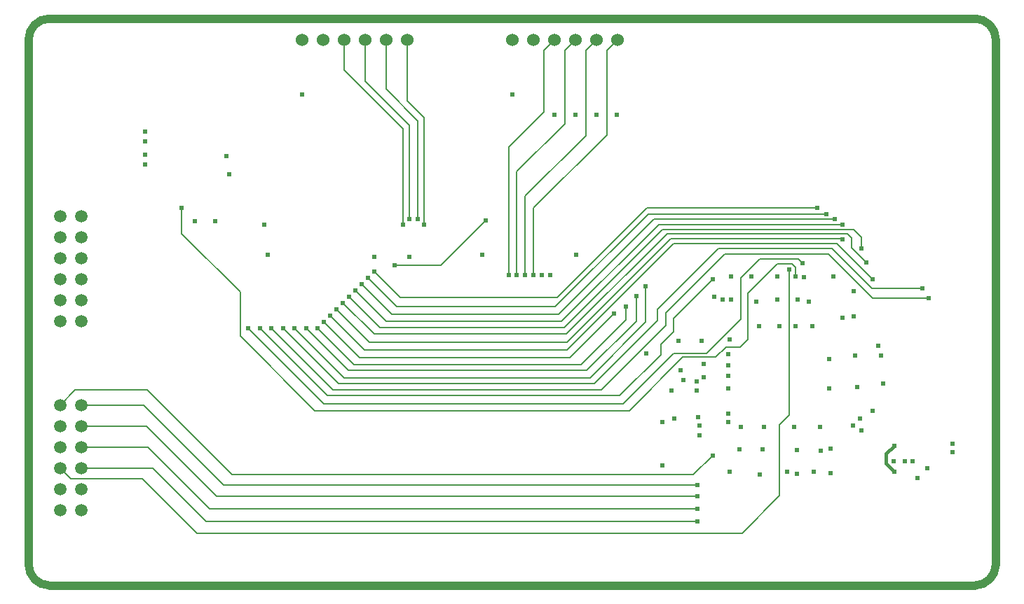
<source format=gtl>
%FSLAX24Y24*%
%MOIN*%
G70*
G01*
G75*
G04 Layer_Physical_Order=1*
G04 Layer_Color=255*
%ADD10C,0.0060*%
%ADD11C,0.0150*%
%ADD12C,0.0394*%
%ADD13C,0.0591*%
%ADD14C,0.0600*%
%ADD15C,0.0240*%
D10*
X26500Y21430D02*
X26500Y25500D01*
X23620Y18550D02*
X26500Y21430D01*
X23226Y14780D02*
X23226Y19706D01*
X22832Y14780D02*
X22832Y20892D01*
X24500Y22560D01*
X24500Y25500D01*
X25500Y21980D02*
X25500Y25500D01*
X26000Y26000D01*
X24500Y25500D02*
X25000Y26000D01*
X26500Y25500D02*
X27000Y26000D01*
X27500Y25500D02*
X28000Y26000D01*
X27500Y21460D02*
X27500Y25500D01*
X24013Y17973D02*
X27500Y21460D01*
X26850Y26000D02*
X27000Y26000D01*
X23226Y19706D02*
X25500Y21980D01*
X23620Y14780D02*
X23620Y18550D01*
X24013Y14780D02*
X24013Y17973D01*
X17800Y17200D02*
X17800Y21750D01*
X15000Y24550D02*
X17800Y21750D01*
X15000Y24550D02*
X15000Y26000D01*
X18814Y17200D02*
X18814Y22276D01*
X18000Y23090D02*
X18814Y22276D01*
X18000Y23090D02*
X18000Y26000D01*
X18514Y17450D02*
X18514Y22126D01*
X17000Y23640D02*
X18514Y22126D01*
X17000Y23640D02*
X17000Y26000D01*
X18100Y17450D02*
X18100Y21910D01*
X16000Y24010D02*
X18100Y21910D01*
X16000Y24010D02*
X16000Y26000D01*
X29420Y18000D02*
X37511Y18000D01*
X25130Y13710D02*
X29420Y18000D01*
X17690Y13710D02*
X25130Y13710D01*
X16450Y14950D02*
X17690Y13710D01*
X29460Y17700D02*
X37950Y17700D01*
X25050Y13290D02*
X29460Y17700D01*
X17510Y13290D02*
X25050Y13290D01*
X29739Y17450D02*
X38350Y17450D01*
X25209Y12920D02*
X29739Y17450D01*
X17280Y12920D02*
X25209Y12920D01*
X29960Y17200D02*
X38700Y17200D01*
X25340Y12580D02*
X29960Y17200D01*
X17020Y12580D02*
X25340Y12580D01*
X30150Y16960D02*
X39240Y16960D01*
X25470Y12280D02*
X30150Y16960D01*
X16720Y12280D02*
X25470Y12280D01*
X30370Y16750D02*
X38950Y16750D01*
X25590Y11970D02*
X30370Y16750D01*
X16430Y11970D02*
X25590Y11970D01*
X30530Y16520D02*
X38670Y16520D01*
X25600Y11590D02*
X30530Y16520D01*
X16210Y11590D02*
X25600Y11590D01*
X30690Y16300D02*
X38448Y16300D01*
X25610Y11220D02*
X30690Y16300D01*
X15980Y11220D02*
X25610Y11220D01*
X16150Y14650D02*
X17510Y13290D01*
X15850Y14350D02*
X17280Y12920D01*
X15550Y14050D02*
X17020Y12580D01*
X15250Y13750D02*
X16720Y12280D01*
X14950Y13450D02*
X16430Y11970D01*
X14650Y13150D02*
X16210Y11590D01*
X14350Y12850D02*
X15980Y11220D01*
X25750Y10850D02*
X27850Y12950D01*
X15750Y10850D02*
X25750Y10850D01*
X14050Y12550D02*
X15750Y10850D01*
X26270Y10520D02*
X28400Y12650D01*
X15480Y10520D02*
X26270Y10520D01*
X13750Y12250D02*
X15480Y10520D01*
X26536Y10236D02*
X28900Y12600D01*
X15214Y10236D02*
X26536Y10236D01*
X13200Y12250D02*
X15214Y10236D01*
X26700Y9900D02*
X29350Y12550D01*
X15000Y9900D02*
X26700Y9900D01*
X12650Y12250D02*
X15000Y9900D01*
X26920Y9620D02*
X29920Y12620D01*
X14730Y9620D02*
X26920Y9620D01*
X12100Y12250D02*
X14730Y9620D01*
X27240Y9320D02*
X30320Y12400D01*
X14480Y9320D02*
X27240Y9320D01*
X11550Y12250D02*
X14480Y9320D01*
X28110Y9050D02*
X30060Y11000D01*
X14200Y9050D02*
X28110Y9050D01*
X11000Y12250D02*
X14200Y9050D01*
X28290Y8660D02*
X30680Y11050D01*
X14040Y8660D02*
X28290Y8660D01*
X10450Y12250D02*
X14040Y8660D01*
X28570Y8320D02*
X31120Y10870D01*
X13620Y8320D02*
X28570Y8320D01*
X10070Y11870D02*
X13620Y8320D01*
X36172Y8110D02*
X36172Y15039D01*
X35700Y7638D02*
X36172Y8110D01*
X35700Y4270D02*
X35700Y7638D01*
X2500Y8600D02*
X5460Y8600D01*
X9260Y4800D02*
X31800Y4800D01*
X8950Y4250D02*
X31800Y4250D01*
X2500Y7600D02*
X5600Y7600D01*
X5660Y6600D02*
X8610Y3650D01*
X2500Y6600D02*
X5660Y6600D01*
X2500Y5600D02*
X2510Y5590D01*
X1500Y5600D02*
X2000Y5100D01*
X33930Y2500D02*
X35700Y4270D01*
X36487Y14724D02*
X36487Y15153D01*
X35610Y15320D02*
X36320Y15320D01*
X36487Y15153D01*
X34210Y13920D02*
X35610Y15320D01*
X40140Y13700D02*
X42800Y13700D01*
X39150Y16100D02*
X39850Y15400D01*
X39150Y16100D02*
X39150Y16550D01*
X39600Y16050D02*
X39600Y16600D01*
X36600Y15550D02*
X36800Y15350D01*
X38040Y15800D02*
X40140Y13700D01*
X38200Y16050D02*
X40100Y14150D01*
X38448Y16300D02*
X40150Y14598D01*
X38670Y16520D02*
X38700Y16490D01*
X38950Y16750D02*
X39150Y16550D01*
X39240Y16960D02*
X39600Y16600D01*
X1500Y8600D02*
X2220Y9320D01*
X5640Y9320D01*
X29350Y12550D02*
X29350Y14250D01*
X28900Y12600D02*
X28900Y13800D01*
X28400Y12650D02*
X28400Y13300D01*
X40100Y14150D02*
X42500Y14150D01*
X8010Y2500D02*
X33930Y2500D01*
X2000Y5100D02*
X5410Y5100D01*
X8010Y2500D01*
X2510Y5590D02*
X5900Y5590D01*
X8440Y3050D01*
X31800Y3050D01*
X8610Y3650D02*
X31800Y3650D01*
X5600Y7600D02*
X8950Y4250D01*
X5460Y8600D02*
X9260Y4800D01*
X5640Y9320D02*
X9684Y5276D01*
X31626Y5276D01*
X32550Y6200D01*
X7291Y16759D02*
X10070Y13980D01*
X7291Y16759D02*
X7291Y17990D01*
X10070Y11870D02*
X10070Y13980D01*
X17421Y15251D02*
X19601Y15251D01*
X21750Y17400D01*
X33880Y14650D02*
X34780Y15550D01*
X36600Y15550D01*
X30320Y12400D02*
X30320Y13000D01*
X33120Y15800D01*
X38040Y15800D01*
X29920Y12620D02*
X29920Y13160D01*
X32810Y16050D01*
X38200Y16050D01*
X31120Y10870D02*
X32670Y10870D01*
X33160Y11360D01*
X33850Y11360D01*
X34210Y11720D01*
X34210Y13920D01*
X30680Y11050D02*
X32250Y11050D01*
X33880Y12680D01*
X33880Y14650D01*
X30660Y12710D02*
X32550Y14600D01*
X30660Y12090D02*
X30660Y12710D01*
X30060Y11490D02*
X30660Y12090D01*
X30060Y11000D02*
X30060Y11490D01*
D11*
X40780Y5810D02*
X41185Y5406D01*
X40780Y5810D02*
X40780Y6271D01*
X41165Y6656D01*
D12*
X0Y1000D02*
G03*
X1000Y0I1000J0D01*
G01*
X1000Y27000D02*
G03*
X0Y26000I0J-1000D01*
G01*
X45000Y0D02*
G03*
X46000Y1000I0J1000D01*
G01*
X46001Y26000D02*
G03*
X45001Y27000I-1000J0D01*
G01*
X1000Y0D02*
X45000Y0D01*
X0Y1000D02*
X0Y26000D01*
X46000Y1000D02*
X46000Y26000D01*
X1000Y27000D02*
X45001Y27000D01*
D13*
X1500Y17600D02*
D03*
X1500Y16600D02*
D03*
X1500Y15600D02*
D03*
X1500Y12600D02*
D03*
X1500Y13600D02*
D03*
X1500Y14600D02*
D03*
X2500Y14600D02*
D03*
X2500Y13600D02*
D03*
X2500Y12600D02*
D03*
X2500Y15600D02*
D03*
X2500Y16600D02*
D03*
X2500Y17600D02*
D03*
X1500Y8600D02*
D03*
X1500Y7600D02*
D03*
X1500Y6600D02*
D03*
X1500Y3600D02*
D03*
X1500Y4600D02*
D03*
X1500Y5600D02*
D03*
X2500Y5600D02*
D03*
X2500Y4600D02*
D03*
X2500Y3600D02*
D03*
X2500Y6600D02*
D03*
X2500Y7600D02*
D03*
X2500Y8600D02*
D03*
D14*
X13000Y26000D02*
D03*
X14000Y26000D02*
D03*
X15000Y26000D02*
D03*
X16000Y26000D02*
D03*
X17000Y26000D02*
D03*
X18000Y26000D02*
D03*
X23000Y26000D02*
D03*
X24000Y26000D02*
D03*
X25000Y26000D02*
D03*
X26000Y26000D02*
D03*
X27000Y26000D02*
D03*
X28000Y26000D02*
D03*
D15*
X42046Y5909D02*
D03*
X41684Y5906D02*
D03*
X31918Y7612D02*
D03*
X18814Y17200D02*
D03*
X23000Y23400D02*
D03*
X13000Y23400D02*
D03*
X27990Y22425D02*
D03*
X27000Y22425D02*
D03*
X26000Y22425D02*
D03*
X25000Y22425D02*
D03*
X18514Y17450D02*
D03*
X18100Y17450D02*
D03*
X17800Y17200D02*
D03*
X22832Y14780D02*
D03*
X23226Y14780D02*
D03*
X23620Y14780D02*
D03*
X24013Y14780D02*
D03*
X24801Y14780D02*
D03*
X24407Y14780D02*
D03*
X21592Y15749D02*
D03*
X26041Y15749D02*
D03*
X37668Y6402D02*
D03*
X37653Y7543D02*
D03*
X38062Y10787D02*
D03*
X39196Y7606D02*
D03*
X39610Y7387D02*
D03*
X39540Y7953D02*
D03*
X39400Y9450D02*
D03*
X38062Y9370D02*
D03*
X38712Y12752D02*
D03*
X36487Y12362D02*
D03*
X33275Y7795D02*
D03*
X33275Y9370D02*
D03*
X33275Y10000D02*
D03*
X31007Y10236D02*
D03*
X33275Y10472D02*
D03*
X32102Y10551D02*
D03*
X36566Y13622D02*
D03*
X33275Y11024D02*
D03*
X33338Y11732D02*
D03*
X34598Y13528D02*
D03*
X34755Y12362D02*
D03*
X35700Y12362D02*
D03*
X37117Y13528D02*
D03*
X37275Y12362D02*
D03*
X33417Y13622D02*
D03*
X33401Y14724D02*
D03*
X30563Y9300D02*
D03*
X30713Y7953D02*
D03*
X31920Y7165D02*
D03*
X33354Y5433D02*
D03*
X34787Y5276D02*
D03*
X36078Y5433D02*
D03*
X36530Y5313D02*
D03*
X37354Y5433D02*
D03*
X38141Y5339D02*
D03*
X40141Y8315D02*
D03*
X40637Y9620D02*
D03*
X40537Y10945D02*
D03*
X40424Y11417D02*
D03*
X39243Y14026D02*
D03*
X38283Y14724D02*
D03*
X36881Y14685D02*
D03*
X35606Y14724D02*
D03*
X34361Y14724D02*
D03*
X35621Y13622D02*
D03*
X41145Y5906D02*
D03*
X41185Y5406D02*
D03*
X41165Y6656D02*
D03*
X42275Y5126D02*
D03*
X42755Y5576D02*
D03*
X43955Y6346D02*
D03*
X43955Y6746D02*
D03*
X33810Y6472D02*
D03*
X34913Y6472D02*
D03*
X11201Y17191D02*
D03*
X5558Y21612D02*
D03*
X5558Y21139D02*
D03*
X5558Y20037D02*
D03*
X5558Y20509D02*
D03*
X8865Y17360D02*
D03*
X7920Y17360D02*
D03*
X31133Y9780D02*
D03*
X29385Y11055D02*
D03*
X36172Y15039D02*
D03*
X31800Y3650D02*
D03*
X30130Y5734D02*
D03*
X30130Y7781D02*
D03*
X36487Y14724D02*
D03*
X7291Y17990D02*
D03*
X18104Y15662D02*
D03*
X16437Y15649D02*
D03*
X36393Y7543D02*
D03*
X32550Y6200D02*
D03*
X31800Y4800D02*
D03*
X31800Y4250D02*
D03*
X31800Y3050D02*
D03*
X9558Y19580D02*
D03*
X9407Y20440D02*
D03*
X36800Y15350D02*
D03*
X32550Y14600D02*
D03*
X42800Y13700D02*
D03*
X27850Y12950D02*
D03*
X40150Y14598D02*
D03*
X38700Y16490D02*
D03*
X39850Y15400D02*
D03*
X39600Y16050D02*
D03*
X38700Y17200D02*
D03*
X38350Y17450D02*
D03*
X37950Y17700D02*
D03*
X37511Y18000D02*
D03*
X28400Y13300D02*
D03*
X28900Y13800D02*
D03*
X29350Y14250D02*
D03*
X21750Y17400D02*
D03*
X17421Y15251D02*
D03*
X42500Y14150D02*
D03*
X16450Y14950D02*
D03*
X16150Y14650D02*
D03*
X15850Y14350D02*
D03*
X14950Y13450D02*
D03*
X15250Y13750D02*
D03*
X15550Y14050D02*
D03*
X13750Y12250D02*
D03*
X14050Y12550D02*
D03*
X14350Y12850D02*
D03*
X14650Y13150D02*
D03*
X11370Y15750D02*
D03*
X10450Y12250D02*
D03*
X11000Y12250D02*
D03*
X11550Y12250D02*
D03*
X12100Y12250D02*
D03*
X12650Y12250D02*
D03*
X13200Y12250D02*
D03*
X33275Y8189D02*
D03*
X34976Y7543D02*
D03*
X33873Y7543D02*
D03*
X38141Y6510D02*
D03*
X31840Y8031D02*
D03*
X31770Y9291D02*
D03*
X31760Y9710D02*
D03*
X32102Y9921D02*
D03*
X39322Y10945D02*
D03*
X36529Y6462D02*
D03*
X39243Y12803D02*
D03*
X32613Y13748D02*
D03*
X33000Y13610D02*
D03*
X31999Y11650D02*
D03*
X30910Y11654D02*
D03*
M02*

</source>
